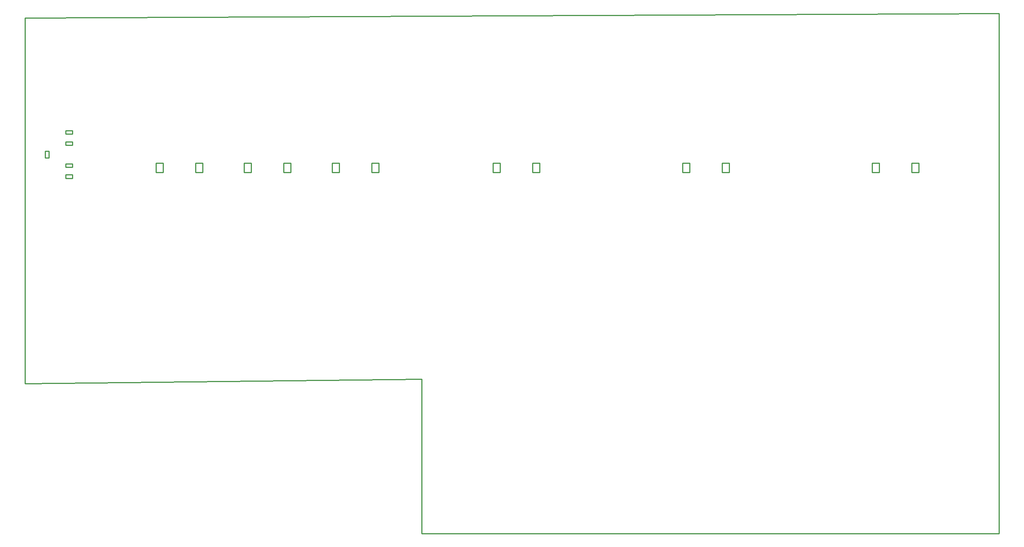
<source format=gbr>
G04 EAGLE Gerber RS-274X export*
G75*
%MOMM*%
%FSLAX34Y34*%
%LPD*%
%IN*%
%IPPOS*%
%AMOC8*
5,1,8,0,0,1.08239X$1,22.5*%
G01*
G04 Define Apertures*
%ADD10C,0.254000*%
D10*
X220000Y350000D02*
X1120000Y360000D01*
X1120000Y10000D01*
X2430000Y10000D01*
X2430000Y1190000D01*
X220000Y1180000D01*
X220000Y350000D01*
X2142000Y829500D02*
X2158000Y829500D01*
X2158000Y850500D01*
X2142000Y850500D01*
X2142000Y829500D01*
X2232000Y829500D02*
X2248000Y829500D01*
X2248000Y850500D01*
X2232000Y850500D01*
X2232000Y829500D01*
X1712000Y829500D02*
X1728000Y829500D01*
X1728000Y850500D01*
X1712000Y850500D01*
X1712000Y829500D01*
X1802000Y829500D02*
X1818000Y829500D01*
X1818000Y850500D01*
X1802000Y850500D01*
X1802000Y829500D01*
X1282000Y829500D02*
X1298000Y829500D01*
X1298000Y850500D01*
X1282000Y850500D01*
X1282000Y829500D01*
X1372000Y829500D02*
X1388000Y829500D01*
X1388000Y850500D01*
X1372000Y850500D01*
X1372000Y829500D01*
X917000Y829500D02*
X933000Y829500D01*
X933000Y850500D01*
X917000Y850500D01*
X917000Y829500D01*
X1007000Y829500D02*
X1023000Y829500D01*
X1023000Y850500D01*
X1007000Y850500D01*
X1007000Y829500D01*
X266000Y862500D02*
X274000Y862500D01*
X274000Y877500D01*
X266000Y877500D01*
X266000Y862500D01*
X717000Y829500D02*
X733000Y829500D01*
X733000Y850500D01*
X717000Y850500D01*
X717000Y829500D01*
X807000Y829500D02*
X823000Y829500D01*
X823000Y850500D01*
X807000Y850500D01*
X807000Y829500D01*
X517000Y829500D02*
X533000Y829500D01*
X533000Y850500D01*
X517000Y850500D01*
X517000Y829500D01*
X607000Y829500D02*
X623000Y829500D01*
X623000Y850500D01*
X607000Y850500D01*
X607000Y829500D01*
X312500Y816000D02*
X327500Y816000D01*
X327500Y824000D01*
X312500Y824000D01*
X312500Y816000D01*
X312500Y841000D02*
X327500Y841000D01*
X327500Y849000D01*
X312500Y849000D01*
X312500Y841000D01*
X312500Y916000D02*
X327500Y916000D01*
X327500Y924000D01*
X312500Y924000D01*
X312500Y916000D01*
X312500Y891000D02*
X327500Y891000D01*
X327500Y899000D01*
X312500Y899000D01*
X312500Y891000D01*
M02*

</source>
